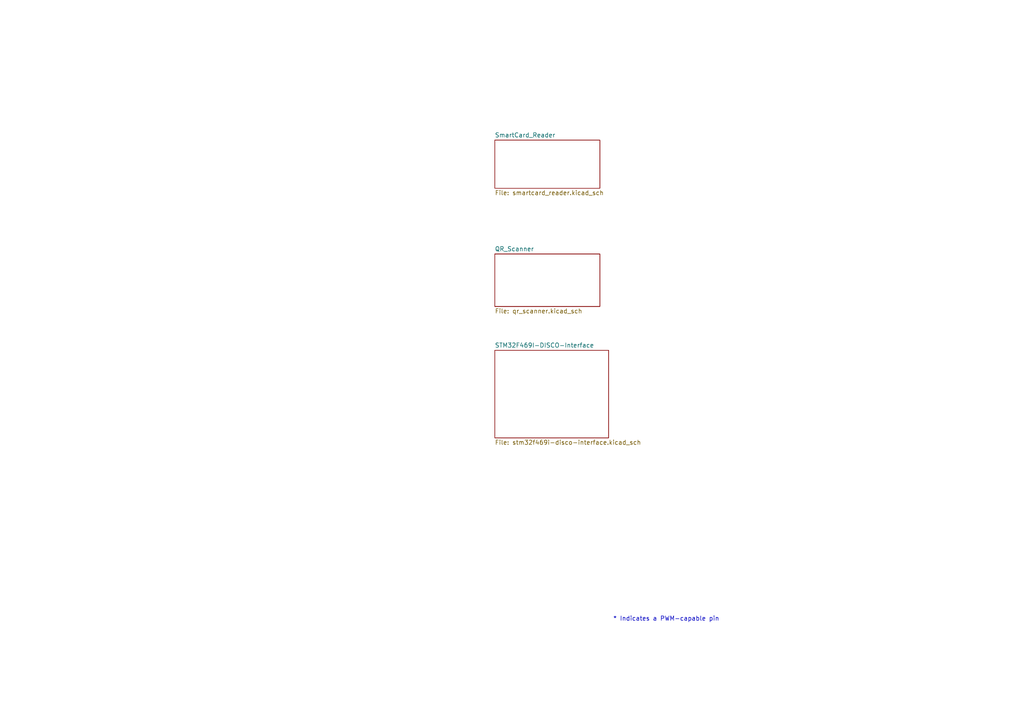
<source format=kicad_sch>
(kicad_sch
	(version 20231120)
	(generator "eeschema")
	(generator_version "8.0")
	(uuid "e63e39d7-6ac0-4ffd-8aa3-1841a4541b55")
	(paper "A4")
	(title_block
		(date "mar. 31 mars 2015")
	)
	(lib_symbols)
	(text "* Indicates a PWM-capable pin"
		(exclude_from_sim no)
		(at 177.8 180.34 0)
		(effects
			(font
				(size 1.27 1.27)
			)
			(justify left bottom)
		)
		(uuid "c364973a-9a67-4667-8185-a3a5c6c6cbdf")
	)
	(sheet
		(at 143.51 73.66)
		(size 30.48 15.24)
		(fields_autoplaced yes)
		(stroke
			(width 0.1524)
			(type solid)
		)
		(fill
			(color 0 0 0 0.0000)
		)
		(uuid "144e07a4-102b-4d92-a6e3-42fc56ab21ea")
		(property "Sheetname" "QR_Scanner"
			(at 143.51 72.9484 0)
			(effects
				(font
					(size 1.27 1.27)
				)
				(justify left bottom)
			)
		)
		(property "Sheetfile" "qr_scanner.kicad_sch"
			(at 143.51 89.4846 0)
			(effects
				(font
					(size 1.27 1.27)
				)
				(justify left top)
			)
		)
		(instances
			(project "Smartcard_Hat"
				(path "/e63e39d7-6ac0-4ffd-8aa3-1841a4541b55"
					(page "3")
				)
			)
		)
	)
	(sheet
		(at 143.51 40.64)
		(size 30.48 13.97)
		(fields_autoplaced yes)
		(stroke
			(width 0.1524)
			(type solid)
		)
		(fill
			(color 0 0 0 0.0000)
		)
		(uuid "b93ee573-e5a5-4e8b-bced-8a93bd527c9a")
		(property "Sheetname" "SmartCard_Reader"
			(at 143.51 39.9284 0)
			(effects
				(font
					(size 1.27 1.27)
				)
				(justify left bottom)
			)
		)
		(property "Sheetfile" "smartcard_reader.kicad_sch"
			(at 143.51 55.1946 0)
			(effects
				(font
					(size 1.27 1.27)
				)
				(justify left top)
			)
		)
		(instances
			(project "Smartcard_Hat"
				(path "/e63e39d7-6ac0-4ffd-8aa3-1841a4541b55"
					(page "2")
				)
			)
		)
	)
	(sheet
		(at 143.51 101.6)
		(size 33.02 25.4)
		(fields_autoplaced yes)
		(stroke
			(width 0.1524)
			(type solid)
		)
		(fill
			(color 0 0 0 0.0000)
		)
		(uuid "c5a32498-8b84-4299-867b-2de2ea9db644")
		(property "Sheetname" "STM32F469I-DISCO-Interface"
			(at 143.51 100.8884 0)
			(effects
				(font
					(size 1.27 1.27)
				)
				(justify left bottom)
			)
		)
		(property "Sheetfile" "stm32f469i-disco-interface.kicad_sch"
			(at 143.51 127.5846 0)
			(effects
				(font
					(size 1.27 1.27)
				)
				(justify left top)
			)
		)
		(instances
			(project "Smartcard_Hat"
				(path "/e63e39d7-6ac0-4ffd-8aa3-1841a4541b55"
					(page "4")
				)
			)
		)
	)
	(sheet_instances
		(path "/"
			(page "1")
		)
	)
)

</source>
